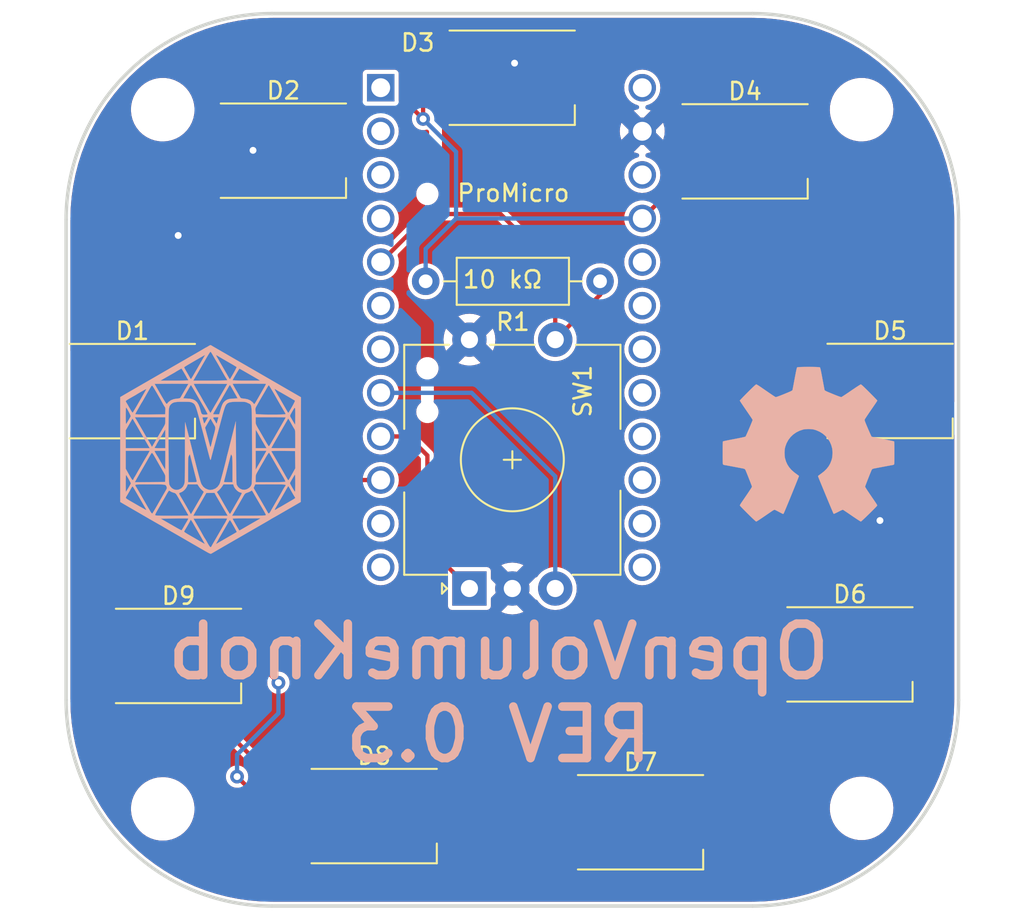
<source format=kicad_pcb>
(kicad_pcb (version 20211014) (generator pcbnew)
  (layers (0 "F.Cu" signal) (31 "B.Cu" signal) (34 "B.Paste" user) (35 "F.Paste" user) (36 "B.SilkS" user "B.Silkscreen") (37 "F.SilkS" user "F.Silkscreen") (38 "B.Mask" user) (39 "F.Mask" user) (44 "Edge.Cuts" user))
  (net 0 "")
  (net 1 "VCC")
  (net 2 "ButtonR")
  (net 3 "DIN")
  (net 4 "GND")
  (net 5 "D7")
  (net 6 "C6")
  (net 7 "Net-(D1-Pad2)")
  (net 8 "Net-(D2-Pad2)")
  (net 9 "Net-(D3-Pad2)")
  (net 10 "Net-(D4-Pad2)")
  (net 11 "Net-(D5-Pad2)")
  (net 12 "Net-(D6-Pad2)")
  (net 13 "Net-(D8-Pad2)")
  (net 30 "unconnected-(U1-Pad22)")
  (net 32 "Net-(D7-Pad2)")
  (footprint "testboard:LogoMaxV6" (layer "F.Cu") (at 81.33 93.63)
    (fp_text reference "G***" hide)
    (fp_text value "LOGO" hide)
  )
  (footprint "testboard:OpenSourceLogo" (layer "F.Cu") (at 116.23 94.33)
    (fp_text reference "G***" hide)
    (fp_text value "LOGO" hide)
  )
  (footprint "MountingHole:MountingHole_3.2mm_M3" (layer "F.Cu") (at 119.28 114.54)
    (fp_text reference "REF**")
    (fp_text value "MountingHole_3.2mm_M3")
    (pad "" np_thru_hole circle locked (at 0 0) (size 3.2 3.2) (drill 3.2) (layers *.Cu *.Mask))
  )
  (footprint "MountingHole:MountingHole_3.2mm_M3" (layer "F.Cu") (at 119.28 73.83)
    (fp_text reference "REF**")
    (fp_text value "MountingHole_3.2mm_M3")
    (pad "" np_thru_hole circle locked (at 0 0) (size 3.2 3.2) (drill 3.2) (layers *.Cu *.Mask))
  )
  (footprint "MountingHole:MountingHole_3.2mm_M3" (layer "F.Cu") (at 78.56 73.83)
    (fp_text reference "REF**")
    (fp_text value "MountingHole_3.2mm_M3")
    (pad "" np_thru_hole circle locked (at 0 0) (size 3.2 3.2) (drill 3.2) (layers *.Cu *.Mask))
  )
  (footprint "MountingHole:MountingHole_3.2mm_M3" (layer "F.Cu") (at 78.56 114.57)
    (fp_text reference "REF**")
    (fp_text value "MountingHole_3.2mm_M3")
    (pad "" np_thru_hole circle locked (at 0 0) (size 3.2 3.2) (drill 3.2) (layers *.Cu *.Mask))
  )
  (footprint "promicro:ProMicro-NoSilk" (layer "F.Cu") (at 98.88 86.52 -90)
    (fp_text reference "U1" hide)
    (fp_text value "ProMicro" (at -7.83 -0.11 180) (layer "F.SilkS"))
    (pad "1" thru_hole rect locked (at -13.97 7.62 270) (size 1.6 1.6) (drill 1.1) (layers *.Cu *.Mask))
    (pad "2" thru_hole circle locked (at -11.43 7.62 270) (size 1.6 1.6) (drill 1.1) (layers *.Cu *.Mask))
    (pad "3" thru_hole circle locked (at -8.89 7.62 270) (size 1.6 1.6) (drill 1.1) (layers *.Cu *.Mask))
    (pad "4" thru_hole circle locked (at -6.35 7.62 270) (size 1.6 1.6) (drill 1.1) (layers *.Cu *.Mask))
    (pad "5" thru_hole circle locked (at -3.81 7.62 270) (size 1.6 1.6) (drill 1.1) (layers *.Cu *.Mask) (net 2 "ButtonR"))
    (pad "6" thru_hole circle locked (at -1.27 7.62 270) (size 1.6 1.6) (drill 1.1) (layers *.Cu *.Mask))
    (pad "7" thru_hole circle locked (at 1.27 7.62 270) (size 1.6 1.6) (drill 1.1) (layers *.Cu *.Mask))
    (pad "8" thru_hole circle locked (at 3.81 7.62 270) (size 1.6 1.6) (drill 1.1) (layers *.Cu *.Mask) (net 6 "C6"))
    (pad "9" thru_hole circle locked (at 6.35 7.62 270) (size 1.6 1.6) (drill 1.1) (layers *.Cu *.Mask) (net 5 "D7"))
    (pad "10" thru_hole circle locked (at 8.89 7.62 270) (size 1.6 1.6) (drill 1.1) (layers *.Cu *.Mask) (net 3 "DIN"))
    (pad "11" thru_hole circle locked (at 11.43 7.62 270) (size 1.6 1.6) (drill 1.1) (layers *.Cu *.Mask))
    (pad "12" thru_hole circle locked (at 13.97 7.62 270) (size 1.6 1.6) (drill 1.1) (layers *.Cu *.Mask))
    (pad "13" thru_hole circle locked (at 13.97 -7.62 270) (size 1.6 1.6) (drill 1.1) (layers *.Cu *.Mask))
    (pad "14" thru_hole circle locked (at 11.43 -7.62 270) (size 1.6 1.6) (drill 1.1) (layers *.Cu *.Mask))
    (pad "15" thru_hole circle locked (at 8.89 -7.62 270) (size 1.6 1.6) (drill 1.1) (layers *.Cu *.Mask))
    (pad "16" thru_hole circle locked (at 6.35 -7.62 270) (size 1.6 1.6) (drill 1.1) (layers *.Cu *.Mask))
    (pad "17" thru_hole circle locked (at 3.81 -7.62 270) (size 1.6 1.6) (drill 1.1) (layers *.Cu *.Mask))
    (pad "18" thru_hole circle locked (at 1.27 -7.62 270) (size 1.6 1.6) (drill 1.1) (layers *.Cu *.Mask))
    (pad "19" thru_hole circle locked (at -1.27 -7.62 270) (size 1.6 1.6) (drill 1.1) (layers *.Cu *.Mask))
    (pad "20" thru_hole circle locked (at -3.81 -7.62 270) (size 1.6 1.6) (drill 1.1) (layers *.Cu *.Mask))
    (pad "21" thru_hole circle locked (at -6.35 -7.62 270) (size 1.6 1.6) (drill 1.1) (layers *.Cu *.Mask) (net 1 "VCC"))
    (pad "22" thru_hole circle locked (at -8.89 -7.62 270) (size 1.6 1.6) (drill 1.1) (layers *.Cu *.Mask) (net 30 "unconnected-(U1-Pad22)"))
    (pad "23" thru_hole circle locked (at -11.43 -7.62 270) (size 1.6 1.6) (drill 1.1) (layers *.Cu *.Mask) (net 4 "GND"))
    (pad "24" thru_hole circle locked (at -13.97 -7.62 270) (size 1.6 1.6) (drill 1.1) (layers *.Cu *.Mask))
  )
  (footprint "Resistor_THT:R_Axial_DIN0207_L6.3mm_D2.5mm_P10.16mm_Horizontal" (layer "F.Cu") (at 104.04 83.83 180)
    (fp_text reference "R1" (at 5.08 -2.37) (layer "F.SilkS"))
    (fp_text value "10 kΩ " (at 5.29 0.1) (layer "F.SilkS"))
    (pad "1" thru_hole circle locked (at 0 0 180) (size 1.6 1.6) (drill 0.8) (layers *.Cu *.Mask) (net 2 "ButtonR"))
    (pad "2" thru_hole oval locked (at 10.16 0 180) (size 1.6 1.6) (drill 0.8) (layers *.Cu *.Mask) (net 1 "VCC"))
  )
  (footprint "Rotary_Encoder:RotaryEncoder_Alps_EC12E-Switch_Vertical_H20mm" (layer "F.Cu") (at 96.43 101.73 90)
    (fp_text reference "SW1" (at 11.5 6.6 90) (layer "F.SilkS"))
    (fp_text value "Rotary_Encoder_Switch")
    (pad "A" thru_hole rect locked (at 0 0 90) (size 2 2) (drill 1) (layers *.Cu *.Mask) (net 5 "D7"))
    (pad "B" thru_hole circle locked (at 0 5 90) (size 2 2) (drill 1) (layers *.Cu *.Mask) (net 6 "C6"))
    (pad "C" thru_hole circle locked (at 0 2.5 90) (size 2 2) (drill 1) (layers *.Cu *.Mask) (net 4 "GND"))
    (pad "S1" thru_hole circle locked (at 14.5 0 90) (size 2 2) (drill 1) (layers *.Cu *.Mask) (net 4 "GND"))
    (pad "S2" thru_hole circle locked (at 14.5 5 90) (size 2 2) (drill 1) (layers *.Cu *.Mask) (net 2 "ButtonR"))
  )
  (footprint "LED_SMD:LED_WS2812B_PLCC4_5.0x5.0mm_P3.2mm" (layer "F.Cu") (at 98.92 71.97)
    (fp_text reference "D3" (at -5.5 -2.04) (layer "F.SilkS"))
    (fp_text value "WS2812B")
    (pad "1" smd rect locked (at -2.45 -1.6) (size 1.5 1) (layers "F.Cu" "F.Paste" "F.Mask") (net 1 "VCC"))
    (pad "2" smd rect locked (at -2.45 1.6) (size 1.5 1) (layers "F.Cu" "F.Paste" "F.Mask") (net 9 "Net-(D3-Pad2)"))
    (pad "3" smd rect locked (at 2.45 1.6) (size 1.5 1) (layers "F.Cu" "F.Paste" "F.Mask") (net 4 "GND"))
    (pad "4" smd rect locked (at 2.45 -1.6) (size 1.5 1) (layers "F.Cu" "F.Paste" "F.Mask") (net 8 "Net-(D2-Pad2)"))
  )
  (footprint "LED_SMD:LED_WS2812B_PLCC4_5.0x5.0mm_P3.2mm" (layer "F.Cu") (at 112.49 76.26)
    (fp_text reference "D4" (at 0 -3.5) (layer "F.SilkS"))
    (fp_text value "WS2812B")
    (pad "1" smd rect locked (at -2.45 -1.6) (size 1.5 1) (layers "F.Cu" "F.Paste" "F.Mask") (net 1 "VCC"))
    (pad "2" smd rect locked (at -2.45 1.6) (size 1.5 1) (layers "F.Cu" "F.Paste" "F.Mask") (net 10 "Net-(D4-Pad2)"))
    (pad "3" smd rect locked (at 2.45 1.6) (size 1.5 1) (layers "F.Cu" "F.Paste" "F.Mask") (net 4 "GND"))
    (pad "4" smd rect locked (at 2.45 -1.6) (size 1.5 1) (layers "F.Cu" "F.Paste" "F.Mask") (net 9 "Net-(D3-Pad2)"))
  )
  (footprint "LED_SMD:LED_WS2812B_PLCC4_5.0x5.0mm_P3.2mm" (layer "F.Cu") (at 120.94 90.22)
    (fp_text reference "D5" (at 0 -3.5) (layer "F.SilkS"))
    (fp_text value "WS2812B")
    (pad "1" smd rect locked (at -2.45 -1.6) (size 1.5 1) (layers "F.Cu" "F.Paste" "F.Mask") (net 1 "VCC"))
    (pad "2" smd rect locked (at -2.45 1.6) (size 1.5 1) (layers "F.Cu" "F.Paste" "F.Mask") (net 11 "Net-(D5-Pad2)"))
    (pad "3" smd rect locked (at 2.45 1.6) (size 1.5 1) (layers "F.Cu" "F.Paste" "F.Mask") (net 4 "GND"))
    (pad "4" smd rect locked (at 2.45 -1.6) (size 1.5 1) (layers "F.Cu" "F.Paste" "F.Mask") (net 10 "Net-(D4-Pad2)"))
  )
  (footprint "LED_SMD:LED_WS2812B_PLCC4_5.0x5.0mm_P3.2mm" (layer "F.Cu") (at 118.6 105.57)
    (fp_text reference "D6" (at 0 -3.5) (layer "F.SilkS"))
    (fp_text value "WS2812B")
    (pad "1" smd rect locked (at -2.45 -1.6) (size 1.5 1) (layers "F.Cu" "F.Paste" "F.Mask") (net 1 "VCC"))
    (pad "2" smd rect locked (at -2.45 1.6) (size 1.5 1) (layers "F.Cu" "F.Paste" "F.Mask") (net 12 "Net-(D6-Pad2)"))
    (pad "3" smd rect locked (at 2.45 1.6) (size 1.5 1) (layers "F.Cu" "F.Paste" "F.Mask") (net 4 "GND"))
    (pad "4" smd rect locked (at 2.45 -1.6) (size 1.5 1) (layers "F.Cu" "F.Paste" "F.Mask") (net 11 "Net-(D5-Pad2)"))
  )
  (footprint "LED_SMD:LED_WS2812B_PLCC4_5.0x5.0mm_P3.2mm" (layer "F.Cu") (at 106.4 115.35)
    (fp_text reference "D7" (at 0 -3.5) (layer "F.SilkS"))
    (fp_text value "WS2812B")
    (pad "1" smd rect locked (at -2.45 -1.6) (size 1.5 1) (layers "F.Cu" "F.Paste" "F.Mask") (net 1 "VCC"))
    (pad "2" smd rect locked (at -2.45 1.6) (size 1.5 1) (layers "F.Cu" "F.Paste" "F.Mask") (net 32 "Net-(D7-Pad2)"))
    (pad "3" smd rect locked (at 2.45 1.6) (size 1.5 1) (layers "F.Cu" "F.Paste" "F.Mask") (net 4 "GND"))
    (pad "4" smd rect locked (at 2.45 -1.6) (size 1.5 1) (layers "F.Cu" "F.Paste" "F.Mask") (net 12 "Net-(D6-Pad2)"))
  )
  (footprint "LED_SMD:LED_WS2812B_PLCC4_5.0x5.0mm_P3.2mm" (layer "F.Cu") (at 90.88 114.99)
    (fp_text reference "D8" (at 0 -3.5) (layer "F.SilkS"))
    (fp_text value "WS2812B")
    (pad "1" smd rect locked (at -2.45 -1.6) (size 1.5 1) (layers "F.Cu" "F.Paste" "F.Mask") (net 1 "VCC"))
    (pad "2" smd rect locked (at -2.45 1.6) (size 1.5 1) (layers "F.Cu" "F.Paste" "F.Mask") (net 13 "Net-(D8-Pad2)"))
    (pad "3" smd rect locked (at 2.45 1.6) (size 1.5 1) (layers "F.Cu" "F.Paste" "F.Mask") (net 4 "GND"))
    (pad "4" smd rect locked (at 2.45 -1.6) (size 1.5 1) (layers "F.Cu" "F.Paste" "F.Mask") (net 32 "Net-(D7-Pad2)"))
  )
  (footprint "LED_SMD:LED_WS2812B_PLCC4_5.0x5.0mm_P3.2mm" (layer "F.Cu") (at 79.48 105.66)
    (fp_text reference "D9" (at 0 -3.5) (layer "F.SilkS"))
    (fp_text value "WS2812B")
    (pad "1" smd rect locked (at -2.45 -1.6) (size 1.5 1) (layers "F.Cu" "F.Paste" "F.Mask") (net 1 "VCC"))
    (pad "2" smd rect locked (at -2.45 1.6) (size 1.5 1) (layers "F.Cu" "F.Paste" "F.Mask"))
    (pad "3" smd rect locked (at 2.45 1.6) (size 1.5 1) (layers "F.Cu" "F.Paste" "F.Mask") (net 4 "GND"))
    (pad "4" smd rect locked (at 2.45 -1.6) (size 1.5 1) (layers "F.Cu" "F.Paste" "F.Mask") (net 13 "Net-(D8-Pad2)"))
  )
  (footprint "LED_SMD:LED_WS2812B_PLCC4_5.0x5.0mm_P3.2mm" (layer "F.Cu") (at 76.79 90.23)
    (fp_text reference "D1" (at 0 -3.5) (layer "F.SilkS"))
    (fp_text value "WS2812B")
    (pad "1" smd rect locked (at -2.45 -1.6) (size 1.5 1) (layers "F.Cu" "F.Paste" "F.Mask") (net 1 "VCC"))
    (pad "2" smd rect locked (at -2.45 1.6) (size 1.5 1) (layers "F.Cu" "F.Paste" "F.Mask") (net 7 "Net-(D1-Pad2)"))
    (pad "3" smd rect locked (at 2.45 1.6) (size 1.5 1) (layers "F.Cu" "F.Paste" "F.Mask") (net 4 "GND"))
    (pad "4" smd rect locked (at 2.45 -1.6) (size 1.5 1) (layers "F.Cu" "F.Paste" "F.Mask") (net 3 "DIN"))
  )
  (footprint "LED_SMD:LED_WS2812B_PLCC4_5.0x5.0mm_P3.2mm" (layer "F.Cu") (at 85.59 76.22)
    (fp_text reference "D2" (at 0 -3.5) (layer "F.SilkS"))
    (fp_text value "WS2812B")
    (pad "1" smd rect locked (at -2.45 -1.6) (size 1.5 1) (layers "F.Cu" "F.Paste" "F.Mask") (net 1 "VCC"))
    (pad "2" smd rect locked (at -2.45 1.6) (size 1.5 1) (layers "F.Cu" "F.Paste" "F.Mask") (net 8 "Net-(D2-Pad2)"))
    (pad "3" smd rect locked (at 2.45 1.6) (size 1.5 1) (layers "F.Cu" "F.Paste" "F.Mask") (net 4 "GND"))
    (pad "4" smd rect locked (at 2.45 -1.6) (size 1.5 1) (layers "F.Cu" "F.Paste" "F.Mask") (net 7 "Net-(D1-Pad2)"))
  )
  (gr_line (start 72.93 80.23) (end 72.93 108.23) (layer "Edge.Cuts") (width 0.2))
  (gr_arc (start 112.93 68.23) (mid 121.415281 71.744719) (end 124.93 80.23) (layer "Edge.Cuts") (width 0.2))
  (gr_arc (start 84.93 120.23) (mid 76.444719 116.715281) (end 72.93 108.23) (layer "Edge.Cuts") (width 0.2))
  (gr_arc (start 124.93 108.23) (mid 121.415281 116.715281) (end 112.93 120.23) (layer "Edge.Cuts") (width 0.2))
  (gr_line (start 112.93 68.23) (end 84.93 68.23) (layer "Edge.Cuts") (width 0.2))
  (gr_arc (start 72.93 80.23) (mid 76.444719 71.744719) (end 84.93 68.23) (layer "Edge.Cuts") (width 0.2))
  (gr_line (start 124.93 108.23) (end 124.93 80.23) (layer "Edge.Cuts") (width 0.2))
  (gr_line (start 84.93 120.23) (end 112.93 120.23) (layer "Edge.Cuts") (width 0.2))
  (gr_text "OpenVolumeKnob\nREV 0.3" (at 98.13 107.83) (layer "B.SilkS") (effects (font (size 3 3) (thickness 0.5)) (justify mirror)))
  (segment (start 76.47 87.5) (end 76.47 80.916998) (width 0.25) (layer "F.Cu") (net 1))
  (segment (start 116.15 103.97) (end 113.73 103.97) (width 0.25) (layer "F.Cu") (net 1))
  (segment (start 93.73 71.95) (end 95.31 70.37) (width 0.25) (layer "F.Cu") (net 1))
  (segment (start 95.31 70.37) (end 96.47 70.37) (width 0.25) (layer "F.Cu") (net 1))
  (segment (start 88.43 113.39) (end 85.61 113.39) (width 0.25) (layer "F.Cu") (net 1))
  (segment (start 83.14 75.67) (end 83.14 74.62) (width 0.25) (layer "F.Cu") (net 1))
  (segment (start 74.34 88.63) (end 75.34 88.63) (width 0.25) (layer "F.Cu") (net 1))
  (segment (start 108.32 78.35) (end 108.32 78.45) (width 0.25) (layer "F.Cu") (net 1))
  (segment (start 83.365001 73.794999) (end 93.154999 73.794999) (width 0.25) (layer "F.Cu") (net 1))
  (segment (start 85.61 113.39) (end 77.03 104.81) (width 0.25) (layer "F.Cu") (net 1))
  (segment (start 103.95 113.75) (end 102.12 111.92) (width 0.25) (layer "F.Cu") (net 1))
  (segment (start 83.14 74.62) (end 83.14 74.02) (width 0.25) (layer "F.Cu") (net 1))
  (segment (start 93.154999 73.794999) (end 93.73 74.37) (width 0.25) (layer "F.Cu") (net 1))
  (segment (start 110.04 74.66) (end 110.04 75.755002) (width 0.25) (layer "F.Cu") (net 1))
  (segment (start 75.34 88.63) (end 76.47 87.5) (width 0.25) (layer "F.Cu") (net 1))
  (segment (start 76.47 80.916998) (end 79.786998 77.6) (width 0.25) (layer "F.Cu") (net 1))
  (segment (start 118.49 88.62) (end 116.15 90.96) (width 0.25) (layer "F.Cu") (net 1))
  (segment (start 93.73 74.37) (end 93.73 71.95) (width 0.25) (layer "F.Cu") (net 1))
  (segment (start 103.95 113.75) (end 103.484999 114.215001) (width 0.25) (layer "F.Cu") (net 1))
  (segment (start 108.32 78.45) (end 118.49 88.62) (width 0.25) (layer "F.Cu") (net 1))
  (segment (start 113.73 103.97) (end 103.95 113.75) (width 0.25) (layer "F.Cu") (net 1))
  (segment (start 108.32 78.35) (end 106.5 80.17) (width 0.25) (layer "F.Cu") (net 1))
  (segment (start 77.03 104.81) (end 77.03 104.06) (width 0.25) (layer "F.Cu") (net 1))
  (segment (start 79.786998 77.6) (end 81.21 77.6) (width 0.25) (layer "F.Cu") (net 1))
  (segment (start 116.15 90.96) (end 116.15 103.97) (width 0.25) (layer "F.Cu") (net 1))
  (segment (start 89.9 111.92) (end 88.43 113.39) (width 0.25) (layer "F.Cu") (net 1))
  (segment (start 108.32 77.475002) (end 108.32 78.35) (width 0.25) (layer "F.Cu") (net 1))
  (segment (start 110.04 75.755002) (end 108.32 77.475002) (width 0.25) (layer "F.Cu") (net 1))
  (segment (start 83.14 74.02) (end 83.365001 73.794999) (width 0.25) (layer "F.Cu") (net 1))
  (segment (start 81.21 77.6) (end 83.14 75.67) (width 0.25) (layer "F.Cu") (net 1))
  (segment (start 102.12 111.92) (end 89.9 111.92) (width 0.25) (layer "F.Cu") (net 1))
  (via (at 93.73 74.37) (size 0.8) (drill 0.4) (layers "F.Cu" "B.Cu") (net 1))
  (segment (start 93.88 83.83) (end 93.88 81.94) (width 0.25) (layer "B.Cu") (net 1))
  (segment (start 95.65 80.17) (end 106.5 80.17) (width 0.25) (layer "B.Cu") (net 1))
  (segment (start 95.65 76.29) (end 93.73 74.37) (width 0.25) (layer "B.Cu") (net 1))
  (segment (start 95.65 80.17) (end 95.65 76.29) (width 0.25) (layer "B.Cu") (net 1))
  (segment (start 93.88 81.94) (end 95.65 80.17) (width 0.25) (layer "B.Cu") (net 1))
  (segment (start 91.26 82.71) (end 94.06 79.91) (width 0.25) (layer "F.Cu") (net 2))
  (segment (start 101.43 87.23) (end 104.04 84.62) (width 0.25) (layer "F.Cu") (net 2))
  (segment (start 94.06 79.91) (end 98.24 79.91) (width 0.25) (layer "F.Cu") (net 2))
  (segment (start 101.43 83.1) (end 101.43 87.23) (width 0.25) (layer "F.Cu") (net 2))
  (segment (start 104.04 84.62) (end 104.04 83.83) (width 0.25) (layer "F.Cu") (net 2))
  (segment (start 98.24 79.91) (end 101.43 83.1) (width 0.25) (layer "F.Cu") (net 2))
  (segment (start 83.55 88.63) (end 79.24 88.63) (width 0.25) (layer "F.Cu") (net 3))
  (segment (start 85.25 95.41) (end 83.82 93.98) (width 0.25) (layer "F.Cu") (net 3))
  (segment (start 83.82 88.9) (end 83.55 88.63) (width 0.25) (layer "F.Cu") (net 3))
  (segment (start 83.82 93.98) (end 83.82 88.9) (width 0.25) (layer "F.Cu") (net 3))
  (segment (start 91.26 95.41) (end 85.25 95.41) (width 0.25) (layer "F.Cu") (net 3))
  (via (at 120.35 97.77) (size 0.8) (drill 0.4) (layers "F.Cu" "B.Cu") (net 4))
  (via (at 79.46 81.16) (size 0.8) (drill 0.4) (layers "F.Cu" "B.Cu") (net 4))
  (segment (start 93.98 99.28) (end 96.43 101.73) (width 0.25) (layer "F.Cu") (net 5))
  (segment (start 91.11 93.12) (end 91.11 93.114998) (width 0.25) (layer "F.Cu") (net 5))
  (segment (start 93.98 93.98) (end 93.98 99.28) (width 0.25) (layer "F.Cu") (net 5))
  (segment (start 91.26 92.87) (end 92.87 92.87) (width 0.25) (layer "F.Cu") (net 5))
  (segment (start 92.87 92.87) (end 93.98 93.98) (width 0.25) (layer "F.Cu") (net 5))
  (segment (start 96.56 90.33) (end 91.04 90.33) (width 0.25) (layer "B.Cu") (net 6))
  (segment (start 101.43 95.2) (end 96.56 90.33) (width 0.25) (layer "B.Cu") (net 6))
  (segment (start 101.43 101.73) (end 101.43 95.2) (width 0.25) (layer "B.Cu") (net 6))
  (segment (start 74.34 91.83) (end 74.34 91.08) (width 0.25) (layer "F.Cu") (net 7))
  (segment (start 85.49 77.17) (end 88.04 74.62) (width 0.25) (layer "F.Cu") (net 7))
  (segment (start 85.49 79.93) (end 85.49 77.17) (width 0.25) (layer "F.Cu") (net 7))
  (segment (start 74.34 91.08) (end 85.49 79.93) (width 0.25) (layer "F.Cu") (net 7))
  (segment (start 83.14 76.88) (end 83.82 76.2) (width 0.25) (layer "F.Cu") (net 8))
  (segment (start 83.14 77.82) (end 83.14 76.88) (width 0.25) (layer "F.Cu") (net 8))
  (segment (start 99.06 71.12) (end 99.81 70.37) (width 0.25) (layer "F.Cu") (net 8))
  (segment (start 99.81 70.37) (end 101.37 70.37) (width 0.25) (layer "F.Cu") (net 8))
  (via (at 83.82 76.2) (size 0.8) (drill 0.4) (layers "F.Cu" "B.Cu") (net 8))
  (via (at 99.06 71.12) (size 0.8) (drill 0.4) (layers "F.Cu" "B.Cu") (net 8))
  (segment (start 83.82 76.2) (end 88.9 71.12) (width 0.25) (layer "B.Cu") (net 8))
  (segment (start 93.98 71.12) (end 99.06 71.12) (width 0.25) (layer "B.Cu") (net 8))
  (segment (start 88.9 71.12) (end 93.98 71.12) (width 0.25) (layer "B.Cu") (net 8))
  (segment (start 110.985001 70.705001) (end 114.94 74.66) (width 0.25) (layer "F.Cu") (net 9))
  (segment (start 99.88 73.08) (end 101.13 71.83) (width 0.25) (layer "F.Cu") (net 9))
  (segment (start 101.13 71.83) (end 104.61 71.83) (width 0.25) (layer "F.Cu") (net 9))
  (segment (start 96.73 73.08) (end 99.88 73.08) (width 0.25) (layer "F.Cu") (net 9))
  (segment (start 104.61 71.83) (end 105.734999 70.705001) (width 0.25) (layer "F.Cu") (net 9))
  (segment (start 105.734999 70.705001) (end 110.985001 70.705001) (width 0.25) (layer "F.Cu") (net 9))
  (segment (start 110.04 77.86) (end 111.1 77.86) (width 0.25) (layer "F.Cu") (net 10))
  (segment (start 121.86 88.62) (end 123.39 88.62) (width 0.25) (layer "F.Cu") (net 10))
  (segment (start 111.1 77.86) (end 121.86 88.62) (width 0.25) (layer "F.Cu") (net 10))
  (segment (start 118.49 101.41) (end 121.05 103.97) (width 0.25) (layer "F.Cu") (net 11))
  (segment (start 118.49 91.82) (end 118.49 101.41) (width 0.25) (layer "F.Cu") (net 11))
  (segment (start 115.43 107.17) (end 108.85 113.75) (width 0.25) (layer "F.Cu") (net 12))
  (segment (start 116.15 107.17) (end 115.43 107.17) (width 0.25) (layer "F.Cu") (net 12))
  (segment (start 88.43 116.59) (end 86.79 116.59) (width 0.25) (layer "F.Cu") (net 13))
  (segment (start 86.79 116.59) (end 82.89 112.69) (width 0.25) (layer "F.Cu") (net 13))
  (segment (start 85.3 107.22) (end 82.14 104.06) (width 0.25) (layer "F.Cu") (net 13))
  (segment (start 82.14 104.06) (end 81.93 104.06) (width 0.25) (layer "F.Cu") (net 13))
  (via (at 85.3 107.22) (size 0.8) (drill 0.4) (layers "F.Cu" "B.Cu") (net 13))
  (via (at 82.89 112.69) (size 0.8) (drill 0.4) (layers "F.Cu" "B.Cu") (net 13))
  (segment (start 85.3 107.22) (end 85.3 107.22) (width 0.25) (layer "B.Cu") (net 13))
  (segment (start 82.89 111.41) (end 85.3 109) (width 0.25) (layer "B.Cu") (net 13))
  (segment (start 85.3 109) (end 85.3 107.22) (width 0.25) (layer "B.Cu") (net 13))
  (segment (start 82.89 112.69) (end 82.89 111.41) (width 0.25) (layer "B.Cu") (net 13))
  (segment (start 106.14 77.88) (end 106.35 77.88) (width 0.25) (layer "F.Cu") (net 30))
  (segment (start 96.89 116.95) (end 93.33 113.39) (width 0.25) (layer "F.Cu") (net 32))
  (segment (start 103.95 116.95) (end 96.89 116.95) (width 0.25) (layer "F.Cu") (net 32))
  (zone (net 4) (net_name "GND") (layers F&B.Cu) (priority 2) (connect_pads (clearance 0.2508)) (min_thickness 0.254) (fill yes (thermal_gap 0.508) (thermal_bridge_width 1) (smoothing chamfer) (radius 0.5))
    (polygon (pts (xy 125.27 67.44) (xy 126.03 120.45) (xy 71.81 121.08) (xy 72.5 67.67)))
  )
)
</source>
